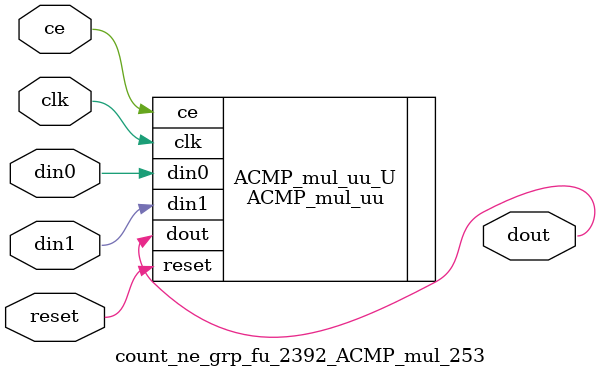
<source format=v>

`timescale 1 ns / 1 ps
module count_ne_grp_fu_2392_ACMP_mul_253(
    clk,
    reset,
    ce,
    din0,
    din1,
    dout);

parameter ID = 32'd1;
parameter NUM_STAGE = 32'd1;
parameter din0_WIDTH = 32'd1;
parameter din1_WIDTH = 32'd1;
parameter dout_WIDTH = 32'd1;
input clk;
input reset;
input ce;
input[din0_WIDTH - 1:0] din0;
input[din1_WIDTH - 1:0] din1;
output[dout_WIDTH - 1:0] dout;



ACMP_mul_uu #(
.ID( ID ),
.NUM_STAGE( 3 ),
.din0_WIDTH( din0_WIDTH ),
.din1_WIDTH( din1_WIDTH ),
.dout_WIDTH( dout_WIDTH ))
ACMP_mul_uu_U(
    .clk( clk ),
    .reset( reset ),
    .ce( ce ),
    .din0( din0 ),
    .din1( din1 ),
    .dout( dout ));

endmodule

</source>
